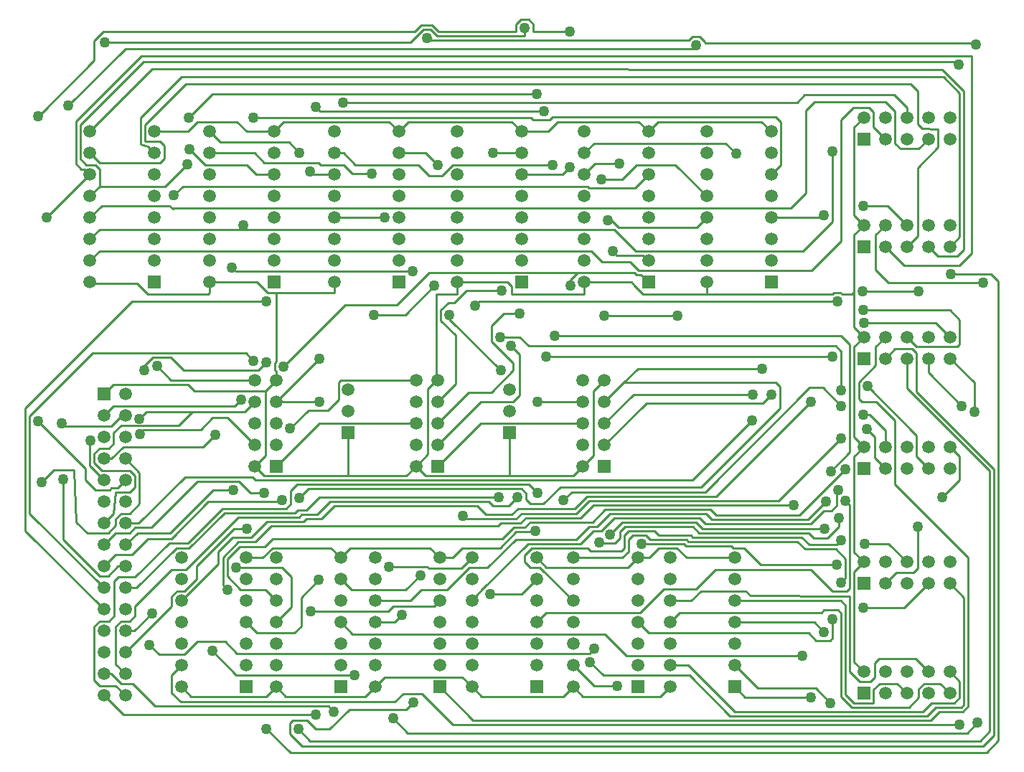
<source format=gbl>
G04 Layer_Physical_Order=2*
G04 Layer_Color=16711680*
%FSLAX23Y23*%
%MOIN*%
G70*
G01*
G75*
%ADD10C,0.010*%
%ADD11R,0.059X0.059*%
%ADD12C,0.059*%
%ADD13R,0.059X0.059*%
%ADD14C,0.059*%
%ADD15R,0.059X0.059*%
%ADD16C,0.050*%
D10*
X260Y1140D02*
Y1418D01*
X405Y3457D02*
X448Y3500D01*
X405Y3365D02*
Y3457D01*
X160Y3120D02*
X405Y3365D01*
X130Y3120D02*
X160D01*
X2445Y3500D02*
Y3532D01*
X2422Y3555D02*
X2445Y3532D01*
X2388Y3555D02*
X2422D01*
X2365Y3532D02*
X2388Y3555D01*
X2365Y3500D02*
Y3532D01*
X2005Y3500D02*
X2365D01*
X1975Y3530D02*
X2005Y3500D01*
X1925Y3530D02*
X1975D01*
X1895Y3500D02*
X1925Y3530D01*
X448Y3500D02*
X1895D01*
X550Y3420D02*
X3185D01*
X285Y3155D02*
X550Y3420D01*
X1960Y3460D02*
X3168D01*
X623Y3385D02*
X4480D01*
X635Y3360D02*
X4435D01*
X1950Y3470D02*
X1970D01*
X1933Y3510D02*
X1967D01*
X1873Y3450D02*
X1933Y3510D01*
X2405Y3480D02*
Y3515D01*
X2445Y3500D02*
X2615D01*
X1997Y3480D02*
X2405D01*
X455Y3450D02*
X1873D01*
X1967Y3510D02*
X1997Y3480D01*
X3185Y3420D02*
X3200Y3435D01*
X320Y3082D02*
X623Y3385D01*
X3168Y3460D02*
X3183Y3475D01*
X3240Y3450D02*
X3245Y3445D01*
X3240Y3450D02*
Y3452D01*
X3217Y3475D02*
X3240Y3452D01*
X3183Y3475D02*
X3217D01*
X3245Y3445D02*
X4500D01*
X4280Y1915D02*
X4435Y1760D01*
X1960Y3460D02*
X1960Y3460D01*
X1960Y3460D02*
X1970Y3470D01*
X4481Y2470D02*
Y3386D01*
X4480Y3385D02*
X4481Y3386D01*
X4420Y3345D02*
X4435Y3360D01*
X340Y3065D02*
X635Y3360D01*
X4425Y2545D02*
Y3214D01*
X4349Y3290D02*
X4425Y3214D01*
X811Y3290D02*
X4349D01*
X4445Y2485D02*
Y3222D01*
X4343Y3324D02*
X4445Y3222D01*
X1451Y3325D02*
X4343Y3324D01*
X675Y3325D02*
X1451D01*
X385Y3035D02*
X675Y3325D01*
X620Y3100D02*
X811Y3290D01*
X640Y3065D02*
X830Y3255D01*
X4197D02*
X4230Y3222D01*
X830Y3255D02*
X4197D01*
X4121Y3205D02*
X4180Y3146D01*
X3705Y3205D02*
X4121D01*
X3670Y3170D02*
X3705Y3205D01*
X1560Y3170D02*
X3670D01*
X1142Y3100D02*
X2432D01*
X1285Y3080D02*
X1775D01*
X3570Y3103D02*
X3595Y3078D01*
X2535Y3103D02*
X3570D01*
X2520Y3088D02*
X2535Y3103D01*
X2444Y3088D02*
X2520D01*
X2432Y3100D02*
X2444Y3088D01*
X1775Y3080D02*
X1820Y3035D01*
X2345Y3080D02*
X2390Y3035D01*
X1865Y3080D02*
X2345D01*
X1820Y3035D02*
X1865Y3080D01*
X2935D02*
X2980Y3035D01*
X2557Y3080D02*
X2935D01*
X2512Y3035D02*
X2557Y3080D01*
X3505D02*
X3550Y3035D01*
X3025Y3080D02*
X3505D01*
X2980Y3035D02*
X3025Y3080D01*
X3595Y2880D02*
Y3078D01*
X1455Y3128D02*
X2495D01*
X1435Y3148D02*
X1455Y3128D01*
X2390Y3035D02*
X2512D01*
X955Y3210D02*
X2460D01*
X955D02*
X955Y3210D01*
X845Y3100D02*
X955Y3210D01*
X1240Y3035D02*
X1285Y3080D01*
X130Y3120D02*
X145Y3105D01*
X185Y2635D02*
X385Y2835D01*
X254Y1681D02*
X270Y1665D01*
X4550Y150D02*
X4605Y205D01*
X1316Y150D02*
X4550D01*
X1205Y261D02*
X1316Y150D01*
X3935Y3055D02*
X3980Y3100D01*
X3935Y2645D02*
Y3055D01*
X3878Y2280D02*
X3925D01*
X3873Y2285D02*
X3878Y2280D01*
X3839Y2285D02*
X3873D01*
X3834Y2280D02*
X3839Y2285D01*
X3255Y2280D02*
X3834D01*
X3925D02*
X3935Y2290D01*
X2900Y2335D02*
X2915Y2320D01*
X2680Y2335D02*
X2900D01*
X2345Y2280D02*
X2680D01*
X2345D02*
Y2315D01*
X2325Y2335D02*
X2345Y2315D01*
X2090Y2335D02*
X2325D01*
X1520Y2285D02*
Y2335D01*
X1245Y2285D02*
X1520D01*
X380Y2330D02*
X605D01*
X380Y2330D02*
X380Y2330D01*
X605D02*
X655Y2280D01*
X935D01*
X940Y2335D02*
X1160D01*
Y2335D02*
Y2335D01*
Y2335D02*
X1210Y2285D01*
X430Y2480D02*
X2715D01*
X1250Y1966D02*
Y2285D01*
X1245Y1961D02*
X1250Y1966D01*
X1245Y1927D02*
Y1961D01*
Y1927D02*
X1250Y1922D01*
Y1880D02*
Y1922D01*
X1210Y2285D02*
X1250D01*
X1200Y1830D02*
X1250Y1880D01*
X1955Y1535D02*
Y1835D01*
X1900Y1480D02*
X1955Y1535D01*
X1945Y1435D02*
X2335D01*
X1936Y1444D02*
X1945Y1435D01*
X1900Y1480D02*
X1936Y1444D01*
X860Y1732D02*
X1102D01*
X647D02*
X860D01*
X530Y1670D02*
X798D01*
X1078Y2580D02*
X2820D01*
X430D02*
X1078D01*
X1995Y1880D02*
Y2280D01*
X1210Y2285D02*
X1225D01*
X1955Y1545D02*
Y1840D01*
X1585Y1435D02*
X1855D01*
X1195D02*
X1585D01*
X2650Y2380D02*
X2915D01*
X1961D02*
X2650D01*
X2865Y1870D02*
X2929Y1934D01*
X2930Y1055D02*
X2983D01*
X3028Y1100D01*
X3111D01*
X3156Y1055D01*
X3380D01*
X1550D02*
X1595Y1100D01*
X1965D01*
X2010Y1055D01*
X1505Y1100D02*
X1550Y1055D01*
X1232Y1100D02*
X1505D01*
X1187Y1055D02*
X1232Y1100D01*
X1110Y1055D02*
X1187D01*
X1102Y1732D02*
X1150Y1780D01*
X798Y1670D02*
X860Y1732D01*
X495Y1635D02*
X530Y1670D01*
X495Y1585D02*
Y1635D01*
X474Y1564D02*
X495Y1585D01*
X430Y1564D02*
X474D01*
X405Y1539D02*
X430Y1564D01*
X405Y1495D02*
Y1539D01*
Y1495D02*
X440Y1460D01*
X570D01*
X595Y1435D01*
Y1384D02*
Y1435D01*
X570Y1360D02*
X595Y1384D01*
X505Y1360D02*
X570D01*
X495Y1260D02*
X505Y1360D01*
X450Y1215D02*
X495Y1260D01*
X614Y1699D02*
X647Y1732D01*
X616Y1630D02*
X635Y1649D01*
X899D01*
X955Y1705D01*
X1025D01*
X1150Y1580D01*
X1130Y1357D02*
X1195D01*
X1076Y1411D02*
X1130Y1357D01*
X885Y1411D02*
X1076D01*
X669Y1195D02*
X885Y1411D01*
X594Y1195D02*
X669D01*
X569Y1170D02*
X594Y1195D01*
X505Y1170D02*
X569D01*
X450Y1115D02*
X505Y1170D01*
X3550Y2635D02*
X3783D01*
X3793Y2645D01*
X4380Y2500D02*
X4425Y2545D01*
X620Y2975D02*
Y3100D01*
Y2975D02*
X655Y2965D01*
X685Y2935D01*
X1250Y755D02*
X1321Y826D01*
Y965D01*
X1278Y1008D02*
X1321Y965D01*
X1065Y1008D02*
X1278D01*
X4415Y2455D02*
X4445Y2485D01*
X4325Y2455D02*
X4415D01*
X4280Y2500D02*
X4325Y2455D01*
X4180Y2500D02*
X4230Y2550D01*
Y2867D01*
X4325Y2962D01*
Y3045D01*
X4250Y3050D02*
X4325Y3045D01*
X4230Y3070D02*
X4250Y3050D01*
X4230Y3070D02*
Y3222D01*
X640Y2991D02*
Y3065D01*
Y2991D02*
X710Y2990D01*
X730Y2970D01*
Y2910D02*
Y2970D01*
X710Y2890D02*
X730Y2910D01*
X430Y2890D02*
X710D01*
X385Y2935D02*
X430Y2890D01*
Y2780D02*
Y2860D01*
X410Y2880D02*
X430Y2860D01*
X368Y2880D02*
X410D01*
X340Y2908D02*
X368Y2880D01*
X340Y2908D02*
Y3065D01*
X735Y2780D02*
X838Y2883D01*
X430Y2780D02*
X735D01*
X385Y2735D02*
X430Y2780D01*
X755Y2690D02*
X770Y2675D01*
X440Y2690D02*
X755D01*
X385Y2635D02*
X440Y2690D01*
X770Y2675D02*
X775Y2680D01*
X3640D01*
X3709Y2749D01*
Y3133D01*
X3749Y3173D01*
X4081D01*
X4125Y3129D01*
Y2980D02*
Y3129D01*
Y2980D02*
X4150Y2955D01*
X4235D01*
X4280Y3000D01*
X2820Y2580D02*
X2920Y2480D01*
X3697D01*
X3833Y2616D01*
Y2943D01*
X581Y2245D02*
X1205D01*
X85Y1749D02*
X581Y2245D01*
X85Y1180D02*
Y1749D01*
Y1180D02*
X450Y815D01*
X1111Y2005D02*
X1145Y1971D01*
X397Y2005D02*
X1111D01*
X105Y1713D02*
X397Y2005D01*
X105Y1260D02*
Y1713D01*
Y1260D02*
X450Y915D01*
X1250Y1780D02*
X1451Y1981D01*
X1158Y2835D02*
X1240D01*
X1113Y2880D02*
X1158Y2835D01*
X920Y2880D02*
X1113D01*
X847Y2953D02*
X920Y2880D01*
X940Y2935D02*
X1150D01*
X1195Y2890D01*
X1367D01*
X1368Y2891D01*
X1447D01*
X1458Y2880D01*
X1565D01*
X1605Y2840D01*
X1695D01*
X1850Y905D02*
X1919Y974D01*
X1600Y905D02*
X1850D01*
X1550Y955D02*
X1600Y905D01*
X1065Y510D02*
X1615D01*
X952Y623D02*
X1065Y510D01*
X450Y1515D02*
X485D01*
X540Y1570D01*
X909D01*
X966Y1627D01*
X1045Y2402D02*
X1062Y2385D01*
X1885D01*
X383Y1598D02*
X386Y1601D01*
X383Y1482D02*
Y1598D01*
Y1482D02*
X450Y1415D01*
X2175Y2225D02*
X2195Y2245D01*
X3856D01*
X3975Y2293D02*
X4235D01*
X2070Y2880D02*
X2535D01*
X1618D02*
X1910D01*
X1563Y2935D02*
X1618Y2880D01*
X1520Y2935D02*
X1563D01*
X3826Y1456D02*
X3915Y1545D01*
Y2045D01*
X3875Y2085D02*
X3915Y2045D01*
X2545Y2085D02*
X3875D01*
X2020Y2830D02*
X2070Y2880D01*
X1960Y2830D02*
X2020D01*
X1910Y2880D02*
X1960Y2830D01*
X1407Y2851D02*
X1423Y2835D01*
X1520D01*
X2290Y2081D02*
X2379D01*
X2422Y2038D01*
X3850D01*
X3875Y2013D01*
Y1833D02*
Y2013D01*
X3993Y1652D02*
X4030Y1615D01*
Y1520D02*
Y1615D01*
Y1520D02*
X4080Y1470D01*
X2339Y2040D02*
X2380Y1999D01*
Y1811D02*
Y1999D01*
X2349Y1780D02*
X2380Y1811D01*
X2200Y1780D02*
X2349D01*
X2000Y1580D02*
X2200Y1780D01*
X2306Y2189D02*
X2379D01*
X2250Y2133D02*
X2306Y2189D01*
X2250Y2060D02*
Y2133D01*
Y2060D02*
X2350Y1960D01*
Y1925D02*
Y1960D01*
X2249Y1824D02*
X2350Y1925D01*
X2144Y1824D02*
X2249D01*
X2000Y1680D02*
X2144Y1824D01*
X161Y1405D02*
X218Y1462D01*
X310D01*
X321Y1221D01*
X372Y1170D01*
X470D01*
X505Y1205D01*
Y1235D01*
X530Y1260D01*
X570D01*
X615Y1305D01*
Y1450D01*
X550Y1515D02*
X615Y1450D01*
X2134Y2295D02*
X2296D01*
X2078Y2239D02*
X2134Y2295D01*
X2049Y2239D02*
X2078D01*
X2015Y2205D02*
X2049Y2239D01*
X2015Y2156D02*
Y2205D01*
Y2156D02*
X2083Y2088D01*
Y1863D02*
Y2088D01*
X2000Y1780D02*
X2083Y1863D01*
X2390Y2835D02*
X2580D01*
X2613Y2868D01*
X145Y1689D02*
X363Y1471D01*
Y1416D02*
Y1471D01*
Y1416D02*
X409Y1370D01*
X476D01*
X485Y1380D01*
X515D01*
X550Y1415D01*
X2256Y2935D02*
X2390D01*
Y885D02*
X2460Y955D01*
X2244Y885D02*
X2390D01*
X2055Y2162D02*
X2292Y1925D01*
X2055Y2162D02*
Y2182D01*
X1849Y2184D02*
X1985Y2320D01*
X1704Y2184D02*
X1849D01*
X2945Y2370D02*
X2980Y2335D01*
X2925Y2370D02*
X2945D01*
X2616Y2346D02*
X2650Y2380D01*
X2616Y2320D02*
Y2346D01*
X2463Y1780D02*
X2675D01*
X1450Y1335D02*
X2285D01*
X1390Y1275D02*
X1450Y1335D01*
X1350Y1275D02*
X1390D01*
X1338Y1263D02*
X1350Y1275D01*
X1009Y1263D02*
X1338D01*
X845Y1100D02*
X1009Y1263D01*
X786Y1100D02*
X845D01*
X601Y915D02*
X786Y1100D01*
X550Y915D02*
X601D01*
X2955Y2460D02*
X2980Y2435D01*
X2830Y2460D02*
X2955D01*
X2812Y2478D02*
X2830Y2460D01*
X260Y1140D02*
X430Y970D01*
X470D01*
X515Y1015D01*
X550D01*
X2918Y2773D02*
X2980Y2835D01*
X2705Y2773D02*
X2918D01*
X2698Y2780D02*
X2705Y2773D01*
X816Y2780D02*
X2698D01*
X775Y2739D02*
X816Y2780D01*
X591Y715D02*
X673Y797D01*
X550Y715D02*
X591D01*
X3080Y755D02*
X3125Y800D01*
X3783D01*
X3795Y812D01*
X3860D01*
X3875Y797D01*
Y408D02*
Y797D01*
Y408D02*
X3922Y360D01*
X4191D01*
X4235Y405D01*
Y445D01*
X4260Y470D01*
X4335D01*
X4380Y425D01*
X3337Y2981D02*
X3386Y2932D01*
X2726Y2981D02*
X3337D01*
X2680Y2935D02*
X2726Y2981D01*
X2731Y2886D02*
X2842D01*
X2680Y2835D02*
X2731Y2886D01*
X2630Y1055D02*
X2858D01*
X2886Y1083D01*
Y1139D01*
X2907Y1160D01*
X2967D01*
X2987Y1140D01*
X3156D01*
X3165Y1131D01*
X3671D01*
X3706Y1096D01*
X3850D01*
X3895Y1051D01*
Y959D02*
Y1051D01*
X3875Y939D02*
X3895Y959D01*
X3976Y822D02*
X4167D01*
X4280Y935D01*
X2800Y1162D02*
X2858Y1220D01*
X3201D01*
X3230Y1191D01*
X3796D01*
X4230Y1005D02*
Y1200D01*
X4210Y985D02*
X4230Y1005D01*
X4130Y985D02*
X4210D01*
X4080Y935D02*
X4130Y985D01*
X660Y651D02*
X706Y605D01*
X823D01*
X883Y665D01*
X1012D01*
X1067Y610D01*
X2706D01*
X2728Y632D01*
X550Y1215D02*
X610D01*
X826Y1431D01*
X1139D01*
X1155Y1415D01*
X3183D01*
X3461Y1693D01*
X2775Y1780D02*
X2865Y1870D01*
X3570D01*
X3590Y1850D01*
Y1751D02*
Y1850D01*
X3223Y1384D02*
X3590Y1751D01*
X2570Y1384D02*
X3223D01*
X2491Y1305D02*
X2570Y1384D01*
X2431Y1305D02*
X2491D01*
X2411Y1325D02*
X2431Y1305D01*
X2411Y1325D02*
Y1354D01*
X2390Y1375D02*
X2411Y1354D01*
X1400Y1375D02*
X2390D01*
X1358Y1333D02*
X1400Y1375D01*
X958Y1371D02*
X1050D01*
X758Y1171D02*
X958Y1371D01*
X606Y1171D02*
X758D01*
X550Y1115D02*
X606Y1171D01*
X2759Y2813D02*
X2856D01*
X2923Y2880D01*
X3105D01*
X3250Y2735D01*
X540Y325D02*
X1432D01*
X450Y415D02*
X540Y325D01*
X505Y460D02*
X550Y415D01*
X430Y460D02*
X505D01*
X405Y485D02*
X430Y460D01*
X405Y485D02*
Y736D01*
X430Y761D01*
X474D01*
X498Y785D01*
Y945D01*
X518Y965D01*
X595D01*
X754Y1124D01*
X841D01*
X1000Y1283D01*
X1296D01*
X1318Y1305D01*
Y1365D01*
X1348Y1395D01*
X2423D01*
X2463Y1355D01*
X2722Y1300D02*
X3652D01*
X2663Y1241D02*
X2722Y1300D01*
X2411Y1241D02*
X2663D01*
X2385Y1215D02*
X2411Y1241D01*
X2293Y1215D02*
X2385D01*
X2281Y1203D02*
X2293Y1215D01*
X1226Y1203D02*
X2281D01*
X1153Y1130D02*
X1226Y1203D01*
X1075Y1130D02*
X1153D01*
X1002Y1057D02*
X1075Y1130D01*
X1002Y928D02*
Y1057D01*
Y928D02*
X1025Y905D01*
X1110Y755D02*
X1160Y705D01*
X1335D01*
X1367Y737D01*
Y871D01*
X1448Y952D01*
X4180Y3100D02*
Y3146D01*
X810Y855D02*
X981Y1026D01*
Y1084D01*
X1047Y1150D01*
X1133D01*
X1206Y1223D01*
X1378D01*
X1390Y1235D01*
X1460D01*
X1520Y1295D01*
X2185D01*
X2225Y1255D01*
X2345D01*
X2373Y1283D01*
X2636D01*
X2693Y1340D01*
X3292D01*
X3733Y1781D01*
X1550Y755D02*
X1605Y700D01*
X2776D01*
X2876Y600D01*
X3695D01*
X3978Y2689D02*
X4091D01*
X4180Y2600D01*
Y2080D02*
X4225Y2035D01*
X4415D01*
X4425Y2045D01*
Y2160D01*
X4379Y2206D02*
X4425Y2160D01*
X3976Y2206D02*
X4379D01*
X2505Y1990D02*
X3835D01*
X4315Y2145D02*
X4380Y2080D01*
X3980Y2145D02*
X4315D01*
X3895Y1321D02*
X3915Y1301D01*
Y914D02*
Y1301D01*
X3900Y899D02*
X3915Y914D01*
X3835Y899D02*
X3900D01*
X3734Y1000D02*
X3835Y899D01*
X3290Y1000D02*
X3734D01*
X3200Y910D02*
X3290Y1000D01*
X3050Y910D02*
X3200D01*
X2940Y800D02*
X3050Y910D01*
X2505Y800D02*
X2940D01*
X2460Y755D02*
X2505Y800D01*
X3855Y1367D02*
X3859Y1371D01*
X3855Y1299D02*
Y1367D01*
X3830Y1274D02*
X3855Y1299D01*
X3795Y1274D02*
X3830D01*
X3733Y1212D02*
X3795Y1274D01*
X3245Y1212D02*
X3733D01*
X3218Y1240D02*
X3245Y1212D01*
X2819Y1240D02*
X3218D01*
X2761Y1181D02*
X2819Y1240D01*
X2723Y1181D02*
X2761D01*
X2663Y1121D02*
X2723Y1181D01*
X2421Y1121D02*
X2663D01*
X2205Y905D02*
X2421Y1121D01*
X2160Y855D02*
X2205Y905D01*
X2751Y1127D02*
X2756Y1122D01*
X2823D01*
X2846Y1145D01*
Y1176D01*
X2870Y1200D01*
X3186D01*
X3214Y1171D01*
X3724D01*
X3748Y1147D01*
X3811D01*
X3865Y1201D01*
Y1241D01*
X4345Y1336D02*
X4425Y1416D01*
Y1525D01*
X4380Y1570D02*
X4425Y1525D01*
X2930Y755D02*
X2980Y705D01*
X3722D01*
X3758Y669D01*
X3822D01*
X3835Y682D01*
Y769D01*
X3985Y1120D02*
X4095D01*
X4180Y1035D01*
X2630Y555D02*
X2726Y459D01*
X2833D01*
X4219Y586D02*
X4280Y525D01*
X4050Y586D02*
X4219D01*
X4030Y566D02*
X4050Y586D01*
X4030Y500D02*
Y566D01*
X4010Y480D02*
X4030Y500D01*
X3960Y480D02*
X4010D01*
X3915Y525D02*
X3960Y480D01*
X3915Y525D02*
Y875D01*
X3452Y878D02*
X3915Y875D01*
X3430Y900D02*
X3452Y878D01*
X3222Y900D02*
X3430D01*
X3177Y855D02*
X3222Y900D01*
X3080Y855D02*
X3177D01*
X4380Y525D02*
X4425Y480D01*
Y405D02*
Y480D01*
X4400Y380D02*
X4425Y405D01*
X4295Y380D02*
X4400D01*
X4255Y340D02*
X4295Y380D01*
X3379Y340D02*
X4255D01*
X3164Y555D02*
X3379Y340D01*
X3080Y555D02*
X3164D01*
X2630Y455D02*
X2675Y410D01*
X3035D01*
X3080Y455D01*
X2160D02*
X2205Y410D01*
X2585D01*
X2630Y455D01*
X1665Y410D02*
X1710Y455D01*
X1295Y410D02*
X1665D01*
X1250Y455D02*
X1295Y410D01*
X1205D02*
X1250Y455D01*
X855Y410D02*
X1205D01*
X810Y455D02*
X855Y410D01*
X940Y3035D02*
X990Y2985D01*
X1309D01*
X1358Y2936D01*
X550Y615D02*
X765Y830D01*
Y875D01*
X790Y900D01*
X824D01*
X879Y955D01*
Y1016D01*
X1053Y1190D01*
X1113D01*
X3550Y2835D02*
X3595Y2880D01*
X385Y2535D02*
X430Y2580D01*
X1078D02*
X1098Y2600D01*
X450Y1015D02*
X505Y1070D01*
X581D01*
X655Y1144D01*
X762D01*
X935Y1317D01*
X1270D01*
X1276Y1323D01*
X1250Y1780D02*
X1450D01*
X505Y560D02*
X550Y515D01*
X505Y560D02*
Y735D01*
X530Y760D01*
X570D01*
X595Y785D01*
Y830D01*
X765Y1000D01*
X830D01*
X1073Y1243D01*
X1356D01*
X1368Y1255D01*
X1440D01*
X1500Y1315D01*
X2237D01*
X2257Y1295D01*
X2331D01*
X2371Y1335D01*
X3721Y1232D02*
X3804Y1315D01*
X3274Y1232D02*
X3721D01*
X3246Y1260D02*
X3274Y1232D01*
X2799Y1260D02*
X3246D01*
X2741Y1201D02*
X2799Y1260D01*
X2703Y1201D02*
X2741D01*
X2643Y1141D02*
X2703Y1201D01*
X2362Y1141D02*
X2643D01*
X2231Y1010D02*
X2362Y1141D01*
X2148Y1010D02*
X2231D01*
X2043Y905D02*
X2148Y1010D01*
X1923Y905D02*
X2043D01*
X1873Y855D02*
X1923Y905D01*
X1710Y855D02*
X1873D01*
X4605Y205D02*
Y2338D01*
X4569Y2374D02*
X4605Y2338D01*
X4385Y2374D02*
X4569D01*
X765Y510D02*
X810Y555D01*
X765Y427D02*
Y510D01*
Y427D02*
X807Y385D01*
X1801D01*
X1840Y424D01*
X1927D01*
X2071Y280D01*
X4424D01*
X4425Y281D01*
X2929Y1934D02*
X3507D01*
X1800Y755D02*
X1835Y790D01*
X1710Y755D02*
X1800D01*
X1820Y2935D02*
X1945D01*
X2000Y2880D01*
X2585Y1323D02*
X2623Y1361D01*
X3242D01*
X3726Y1845D01*
X3789D01*
X3875Y1759D01*
X3976Y1718D02*
X4007D01*
X4080Y1645D01*
Y1570D02*
Y1645D01*
X1200Y905D02*
X1250Y855D01*
X1085Y905D02*
X1200D01*
X1022Y968D02*
X1085Y905D01*
X1022Y968D02*
Y1048D01*
X1080Y1106D01*
X1197D01*
X1234Y1142D01*
X2301D01*
X2354Y1195D01*
X2405D01*
X2431Y1221D01*
X2719D01*
X2778Y1280D01*
X3266D01*
X3294Y1252D01*
X3680D01*
X3895Y1467D01*
X4380Y935D02*
X4445Y870D01*
Y373D02*
Y870D01*
X4432Y360D02*
X4445Y373D01*
X4315Y360D02*
X4432D01*
X4275Y320D02*
X4315Y360D01*
X3358Y320D02*
X4275D01*
X3170Y508D02*
X3358Y320D01*
X2770Y508D02*
X3170D01*
X2708Y570D02*
X2770Y508D01*
X1520Y2635D02*
X1755D01*
X4280Y1915D02*
Y1980D01*
X2110Y1005D02*
X2160Y1055D01*
X1959Y1005D02*
X2110D01*
X1950Y1014D02*
X1959Y1005D01*
X1774Y1014D02*
X1950D01*
X4180Y1843D02*
Y1980D01*
Y1843D02*
X4565Y1458D01*
Y249D02*
Y1458D01*
X4520Y204D02*
X4565Y249D01*
X1408Y204D02*
X4520D01*
X1352Y260D02*
X1408Y204D01*
X1409Y805D02*
X1770D01*
X1795Y830D01*
X1985D01*
X2010Y855D01*
X3510Y1774D02*
X3550Y1814D01*
X2969Y1774D02*
X3510D01*
X2775Y1580D02*
X2969Y1774D01*
X2775Y1680D02*
X2909Y1814D01*
X3465D01*
X2118Y1248D02*
X2131Y1235D01*
X2365D01*
X2391Y1261D01*
X2643D01*
X2702Y1320D01*
X3585D01*
X3875Y1610D01*
X3996Y1853D02*
X4225Y1624D01*
Y1525D02*
Y1624D01*
Y1525D02*
X4280Y1470D01*
X450Y1715D02*
X495Y1760D01*
X1056D01*
X1086Y1790D01*
X1314Y1655D02*
X1399Y1740D01*
X1490D01*
X1540Y1790D01*
Y1870D01*
X1550Y1880D01*
X1900D01*
X2791Y2622D02*
X2808D01*
X2840Y2590D01*
X3205D01*
X3250Y2635D01*
X2010Y1055D02*
X2070D01*
X2115Y1100D01*
X2289D01*
X2364Y1175D01*
X2446D01*
X2452Y1181D01*
X4095Y2334D02*
X4532D01*
X4035Y2394D02*
X4095Y2334D01*
X4035Y2394D02*
Y2555D01*
X4080Y2600D01*
X359Y2861D02*
X385Y2835D01*
X344Y2861D02*
X359D01*
X320Y2885D02*
X344Y2861D01*
X320Y2885D02*
Y3082D01*
X4425Y2414D02*
X4481Y2470D01*
X4166Y2414D02*
X4425D01*
X4080Y2500D02*
X4166Y2414D01*
X761Y1880D02*
X1150D01*
X696Y1945D02*
X761Y1880D01*
X636Y1925D02*
Y1945D01*
X676Y1985D01*
X761D01*
X821Y1925D01*
X1168D01*
X1205Y1962D01*
X1285Y1944D02*
X1571Y2230D01*
X1811D01*
X1961Y2380D01*
X2915D02*
X2925Y2370D01*
X4035Y2035D02*
X4080Y2080D01*
X4035Y1951D02*
Y2035D01*
X3956Y1871D02*
X4035Y1951D01*
X3956Y1793D02*
Y1871D01*
Y1793D02*
X3970Y1779D01*
X4038D01*
X4125Y1692D01*
Y1396D02*
Y1692D01*
Y1396D02*
X4465Y1056D01*
Y365D02*
Y1056D01*
X4440Y340D02*
X4465Y365D01*
X4330Y340D02*
X4440D01*
X4290Y300D02*
X4330Y340D01*
X2165Y300D02*
X4290D01*
X2010Y455D02*
X2165Y300D01*
X2115Y500D02*
X2160Y455D01*
X1755Y500D02*
X2115D01*
X1710Y455D02*
X1755Y500D01*
X2947Y1119D02*
X2948Y1120D01*
X3145D01*
X3154Y1111D01*
X3364D01*
X3375Y1100D01*
X3425D01*
X3501Y1024D01*
X3855D01*
X2772Y2181D02*
X3115D01*
X535Y1715D02*
X550D01*
X485Y1665D02*
X535Y1715D01*
X270Y1665D02*
X485D01*
X1792Y310D02*
X1861Y241D01*
X4460D01*
X4508Y289D01*
X4492Y1733D02*
Y1868D01*
X4380Y1980D02*
X4492Y1868D01*
X2200Y1680D02*
X2675D01*
X2000Y1480D02*
X2200Y1680D01*
X1854Y351D02*
X1887Y384D01*
X1590Y351D02*
X1854D01*
X1497Y258D02*
X1590Y351D01*
X1434Y258D02*
X1497D01*
X1392Y300D02*
X1434Y258D01*
X1327Y300D02*
X1392D01*
X1312Y285D02*
X1327Y300D01*
X1312Y236D02*
Y285D01*
Y236D02*
X1370Y178D01*
X4534D01*
X4585Y229D01*
Y1466D01*
X4225Y1826D02*
X4585Y1466D01*
X4225Y1826D02*
Y2005D01*
X4205Y2025D02*
X4225Y2005D01*
X4125Y2025D02*
X4205D01*
X4080Y1980D02*
X4125Y2025D01*
X1492Y365D02*
X1516Y341D01*
X688Y365D02*
X1492D01*
X583Y470D02*
X688Y365D01*
X530Y470D02*
X583D01*
X485Y515D02*
X530Y470D01*
X450Y515D02*
X485D01*
X2475Y1010D02*
X2630Y855D01*
X2430Y1010D02*
X2475D01*
X2403Y1037D02*
X2430Y1010D01*
X2403Y1037D02*
Y1066D01*
X2438Y1101D01*
X2697D01*
X2711Y1087D01*
X2852D01*
X2866Y1101D01*
Y1159D01*
X2887Y1180D01*
X3007D01*
X3027Y1160D01*
X3176D01*
X3185Y1151D01*
X3691D01*
X3726Y1116D01*
X3855D01*
X3875Y1136D01*
X1112Y3035D02*
X1240D01*
X1067Y3080D02*
X1112Y3035D01*
X885Y3080D02*
X1067D01*
X840Y3035D02*
X885Y3080D01*
X685Y3035D02*
X840D01*
X3380Y755D02*
X3749D01*
X3795Y709D01*
X3380Y555D02*
X3487Y448D01*
X3758D01*
X3825Y381D01*
X3380Y455D02*
X3428Y407D01*
X3732D01*
X4135Y470D02*
X4180Y425D01*
X4052Y470D02*
X4135D01*
X4025Y443D02*
X4052Y470D01*
X4025Y380D02*
Y443D01*
X3935Y380D02*
X4025D01*
X3895Y420D02*
X3935Y380D01*
X3895Y420D02*
Y833D01*
X3873Y855D02*
X3895Y833D01*
X3380Y855D02*
X3873D01*
X385Y2435D02*
X430Y2480D01*
X2715D02*
X2764Y2431D01*
X2894D01*
X2935Y2390D01*
X3737D01*
X3873Y2526D01*
Y3088D01*
X3930Y3145D01*
X4005D01*
X4025Y3125D01*
Y3055D02*
Y3125D01*
Y3055D02*
X4080Y3000D01*
X2460Y1055D02*
X2505Y1010D01*
X2885D01*
X2930Y1055D01*
X1450Y1680D02*
X1900D01*
X1250Y1480D02*
X1450Y1680D01*
X3935Y570D02*
X3980Y525D01*
X3935Y570D02*
Y990D01*
X3980Y1035D01*
X3935Y1080D02*
X3980Y1035D01*
X3935Y1080D02*
Y1525D01*
X3980Y1570D01*
X3935Y1615D02*
X3980Y1570D01*
X3935Y1615D02*
Y2035D01*
X3980Y2080D01*
X2955Y2280D02*
X3255D01*
X3935Y2290D02*
Y2555D01*
Y2125D02*
Y2290D01*
X3935Y2645D02*
X3980Y2600D01*
X3935Y2555D02*
X3980Y2600D01*
X3935Y2125D02*
X3980Y2080D01*
X2335Y1435D02*
X2630D01*
X2335D02*
Y1635D01*
X2675Y1480D02*
X2725Y1530D01*
X2630Y1435D02*
X2675Y1480D01*
X2725Y1830D02*
X2775Y1880D01*
X2725Y1530D02*
Y1830D01*
X1200Y1530D02*
Y1830D01*
X870D02*
X1200D01*
X840Y1860D02*
X870Y1830D01*
X495Y1860D02*
X840D01*
X450Y1815D02*
X495Y1860D01*
X1995Y2280D02*
X2090D01*
X1585Y1435D02*
Y1635D01*
X1955Y1840D02*
X1995Y1880D01*
X1855Y1435D02*
X1900Y1480D01*
X1150D02*
X1195Y1435D01*
X1150Y1480D02*
X1200Y1530D01*
X3250Y2285D02*
Y2335D01*
X2945Y2290D02*
X2955Y2280D01*
X2944Y2290D02*
X2945D01*
X2915Y2320D02*
X2944Y2290D01*
X2680Y2280D02*
Y2335D01*
X2090Y2280D02*
Y2335D01*
X940Y2285D02*
Y2335D01*
X935Y2280D02*
X940Y2285D01*
D11*
X1585Y1635D02*
D03*
X2335D02*
D03*
X450Y1815D02*
D03*
X2775Y1480D02*
D03*
X2000D02*
D03*
X1250D02*
D03*
D12*
X1585Y1735D02*
D03*
Y1835D02*
D03*
X2335Y1735D02*
D03*
Y1835D02*
D03*
X550Y415D02*
D03*
Y515D02*
D03*
Y615D02*
D03*
Y715D02*
D03*
Y815D02*
D03*
Y915D02*
D03*
Y1015D02*
D03*
Y1115D02*
D03*
Y1215D02*
D03*
Y1315D02*
D03*
Y1415D02*
D03*
Y1515D02*
D03*
Y1615D02*
D03*
Y1715D02*
D03*
Y1815D02*
D03*
X450Y415D02*
D03*
Y515D02*
D03*
Y615D02*
D03*
Y715D02*
D03*
Y815D02*
D03*
Y915D02*
D03*
Y1015D02*
D03*
Y1115D02*
D03*
Y1215D02*
D03*
Y1315D02*
D03*
Y1415D02*
D03*
Y1515D02*
D03*
Y1615D02*
D03*
Y1715D02*
D03*
X4380Y525D02*
D03*
X4280D02*
D03*
X4180D02*
D03*
X4080D02*
D03*
X3980D02*
D03*
X4380Y425D02*
D03*
X4280D02*
D03*
X4180D02*
D03*
X4080D02*
D03*
X4380Y1035D02*
D03*
X4280D02*
D03*
X4180D02*
D03*
X4080D02*
D03*
X3980D02*
D03*
X4380Y935D02*
D03*
X4280D02*
D03*
X4180D02*
D03*
X4080D02*
D03*
X4380Y1570D02*
D03*
X4280D02*
D03*
X4180D02*
D03*
X4080D02*
D03*
X3980D02*
D03*
X4380Y1470D02*
D03*
X4280D02*
D03*
X4180D02*
D03*
X4080D02*
D03*
X4380Y2080D02*
D03*
X4280D02*
D03*
X4180D02*
D03*
X4080D02*
D03*
X3980D02*
D03*
X4380Y1980D02*
D03*
X4280D02*
D03*
X4180D02*
D03*
X4080D02*
D03*
X4380Y2600D02*
D03*
X4280D02*
D03*
X4180D02*
D03*
X4080D02*
D03*
X3980D02*
D03*
X4380Y2500D02*
D03*
X4280D02*
D03*
X4180D02*
D03*
X4080D02*
D03*
X4380Y3100D02*
D03*
X4280D02*
D03*
X4180D02*
D03*
X4080D02*
D03*
X3980D02*
D03*
X4380Y3000D02*
D03*
X4280D02*
D03*
X4180D02*
D03*
X4080D02*
D03*
X2675Y1880D02*
D03*
Y1780D02*
D03*
Y1680D02*
D03*
Y1580D02*
D03*
Y1480D02*
D03*
X2775Y1880D02*
D03*
Y1780D02*
D03*
Y1680D02*
D03*
Y1580D02*
D03*
X1900Y1880D02*
D03*
Y1780D02*
D03*
Y1680D02*
D03*
Y1580D02*
D03*
Y1480D02*
D03*
X2000Y1880D02*
D03*
Y1780D02*
D03*
Y1680D02*
D03*
Y1580D02*
D03*
X1150Y1880D02*
D03*
Y1780D02*
D03*
Y1680D02*
D03*
Y1580D02*
D03*
Y1480D02*
D03*
X1250Y1880D02*
D03*
Y1780D02*
D03*
Y1680D02*
D03*
Y1580D02*
D03*
D13*
X3980Y425D02*
D03*
Y935D02*
D03*
Y1470D02*
D03*
Y1980D02*
D03*
Y2500D02*
D03*
Y3000D02*
D03*
D14*
X3080Y1055D02*
D03*
Y955D02*
D03*
Y855D02*
D03*
Y755D02*
D03*
Y655D02*
D03*
Y555D02*
D03*
Y455D02*
D03*
X3380Y1055D02*
D03*
Y955D02*
D03*
Y855D02*
D03*
Y755D02*
D03*
Y655D02*
D03*
Y555D02*
D03*
X2630Y1055D02*
D03*
Y955D02*
D03*
Y855D02*
D03*
Y755D02*
D03*
Y655D02*
D03*
Y555D02*
D03*
Y455D02*
D03*
X2930Y1055D02*
D03*
Y955D02*
D03*
Y855D02*
D03*
Y755D02*
D03*
Y655D02*
D03*
Y555D02*
D03*
X2160Y1055D02*
D03*
Y955D02*
D03*
Y855D02*
D03*
Y755D02*
D03*
Y655D02*
D03*
Y555D02*
D03*
Y455D02*
D03*
X2460Y1055D02*
D03*
Y955D02*
D03*
Y855D02*
D03*
Y755D02*
D03*
Y655D02*
D03*
Y555D02*
D03*
X1710Y1055D02*
D03*
Y955D02*
D03*
Y855D02*
D03*
Y755D02*
D03*
Y655D02*
D03*
Y555D02*
D03*
Y455D02*
D03*
X2010Y1055D02*
D03*
Y955D02*
D03*
Y855D02*
D03*
Y755D02*
D03*
Y655D02*
D03*
Y555D02*
D03*
X1250Y1055D02*
D03*
Y955D02*
D03*
Y855D02*
D03*
Y755D02*
D03*
Y655D02*
D03*
Y555D02*
D03*
Y455D02*
D03*
X1550Y1055D02*
D03*
Y955D02*
D03*
Y855D02*
D03*
Y755D02*
D03*
Y655D02*
D03*
Y555D02*
D03*
X810Y1055D02*
D03*
Y955D02*
D03*
Y855D02*
D03*
Y755D02*
D03*
Y655D02*
D03*
Y555D02*
D03*
Y455D02*
D03*
X1110Y1055D02*
D03*
Y955D02*
D03*
Y855D02*
D03*
Y755D02*
D03*
Y655D02*
D03*
Y555D02*
D03*
X3250Y3035D02*
D03*
Y2935D02*
D03*
Y2835D02*
D03*
Y2735D02*
D03*
Y2635D02*
D03*
Y2535D02*
D03*
Y2435D02*
D03*
Y2335D02*
D03*
X3550Y3035D02*
D03*
Y2935D02*
D03*
Y2835D02*
D03*
Y2735D02*
D03*
Y2635D02*
D03*
Y2535D02*
D03*
Y2435D02*
D03*
X2680Y3035D02*
D03*
Y2935D02*
D03*
Y2835D02*
D03*
Y2735D02*
D03*
Y2635D02*
D03*
Y2535D02*
D03*
Y2435D02*
D03*
Y2335D02*
D03*
X2980Y3035D02*
D03*
Y2935D02*
D03*
Y2835D02*
D03*
Y2735D02*
D03*
Y2635D02*
D03*
Y2535D02*
D03*
Y2435D02*
D03*
X2090Y3035D02*
D03*
Y2935D02*
D03*
Y2835D02*
D03*
Y2735D02*
D03*
Y2635D02*
D03*
Y2535D02*
D03*
Y2435D02*
D03*
Y2335D02*
D03*
X2390Y3035D02*
D03*
Y2935D02*
D03*
Y2835D02*
D03*
Y2735D02*
D03*
Y2635D02*
D03*
Y2535D02*
D03*
Y2435D02*
D03*
X1520Y3035D02*
D03*
Y2935D02*
D03*
Y2835D02*
D03*
Y2735D02*
D03*
Y2635D02*
D03*
Y2535D02*
D03*
Y2435D02*
D03*
Y2335D02*
D03*
X1820Y3035D02*
D03*
Y2935D02*
D03*
Y2835D02*
D03*
Y2735D02*
D03*
Y2635D02*
D03*
Y2535D02*
D03*
Y2435D02*
D03*
X940Y3035D02*
D03*
Y2935D02*
D03*
Y2835D02*
D03*
Y2735D02*
D03*
Y2635D02*
D03*
Y2535D02*
D03*
Y2435D02*
D03*
Y2335D02*
D03*
X1240Y3035D02*
D03*
Y2935D02*
D03*
Y2835D02*
D03*
Y2735D02*
D03*
Y2635D02*
D03*
Y2535D02*
D03*
Y2435D02*
D03*
X385Y3035D02*
D03*
Y2935D02*
D03*
Y2835D02*
D03*
Y2735D02*
D03*
Y2635D02*
D03*
Y2535D02*
D03*
Y2435D02*
D03*
Y2335D02*
D03*
X685Y3035D02*
D03*
Y2935D02*
D03*
Y2835D02*
D03*
Y2735D02*
D03*
Y2635D02*
D03*
Y2535D02*
D03*
Y2435D02*
D03*
D15*
X3380Y455D02*
D03*
X2930D02*
D03*
X2460D02*
D03*
X2010D02*
D03*
X1550D02*
D03*
X1110D02*
D03*
X3550Y2335D02*
D03*
X2980D02*
D03*
X2390D02*
D03*
X1820D02*
D03*
X1240D02*
D03*
X685D02*
D03*
D16*
X260Y1418D02*
D03*
X1950Y3470D02*
D03*
X2405Y3515D02*
D03*
X2615Y3500D02*
D03*
X455Y3450D02*
D03*
X4500Y3440D02*
D03*
X4435Y1760D02*
D03*
X3200Y3435D02*
D03*
X4420Y3345D02*
D03*
X1560Y3170D02*
D03*
X2495Y3128D02*
D03*
X2460Y3210D02*
D03*
X1435Y3148D02*
D03*
X285Y3155D02*
D03*
X145Y3105D02*
D03*
X185Y2635D02*
D03*
X254Y1681D02*
D03*
X614Y1699D02*
D03*
X616Y1630D02*
D03*
X1195Y1357D02*
D03*
X3793Y2645D02*
D03*
X1065Y1008D02*
D03*
X838Y2883D02*
D03*
X3833Y2943D02*
D03*
X1205Y2245D02*
D03*
X1145Y1971D02*
D03*
X1451Y1981D02*
D03*
X847Y2953D02*
D03*
X1695Y2840D02*
D03*
X1919Y974D02*
D03*
X1615Y510D02*
D03*
X952Y623D02*
D03*
X966Y1627D02*
D03*
X1045Y2402D02*
D03*
X1885Y2385D02*
D03*
X386Y1601D02*
D03*
X2175Y2225D02*
D03*
X3856Y2245D02*
D03*
X3975Y2293D02*
D03*
X4235D02*
D03*
X3826Y1456D02*
D03*
X2545Y2085D02*
D03*
X2535Y2880D02*
D03*
X1407Y2851D02*
D03*
X2290Y2081D02*
D03*
X3875Y1833D02*
D03*
X3993Y1652D02*
D03*
X2339Y2040D02*
D03*
X845Y3100D02*
D03*
X2379Y2189D02*
D03*
X161Y1405D02*
D03*
X2296Y2295D02*
D03*
X2613Y2868D02*
D03*
X145Y1689D02*
D03*
X2256Y2935D02*
D03*
X2244Y885D02*
D03*
X2292Y1925D02*
D03*
X2055Y2182D02*
D03*
X1985Y2320D02*
D03*
X1704Y2184D02*
D03*
X2616Y2320D02*
D03*
X2463Y1780D02*
D03*
X2285Y1335D02*
D03*
X2812Y2478D02*
D03*
X775Y2739D02*
D03*
X673Y797D02*
D03*
X3386Y2932D02*
D03*
X2842Y2886D02*
D03*
X3875Y939D02*
D03*
X3976Y822D02*
D03*
X2800Y1162D02*
D03*
X3796Y1191D02*
D03*
X4230Y1200D02*
D03*
X660Y651D02*
D03*
X2728Y632D02*
D03*
X3461Y1693D02*
D03*
X1358Y1333D02*
D03*
X1050Y1371D02*
D03*
X2759Y2813D02*
D03*
X1432Y325D02*
D03*
X2463Y1355D02*
D03*
X3652Y1300D02*
D03*
X1025Y905D02*
D03*
X1448Y952D02*
D03*
X3733Y1781D02*
D03*
X3695Y600D02*
D03*
X3978Y2689D02*
D03*
X3976Y2206D02*
D03*
X3835Y1990D02*
D03*
X2505D02*
D03*
X3980Y2145D02*
D03*
X3895Y1321D02*
D03*
X3859Y1371D02*
D03*
X2751Y1127D02*
D03*
X3865Y1241D02*
D03*
X4345Y1336D02*
D03*
X3835Y769D02*
D03*
X3985Y1120D02*
D03*
X2833Y459D02*
D03*
X1358Y2936D02*
D03*
X1113Y1190D02*
D03*
X1142Y3100D02*
D03*
X1098Y2600D02*
D03*
X1276Y1323D02*
D03*
X1450Y1780D02*
D03*
X2371Y1335D02*
D03*
X3804Y1315D02*
D03*
X1205Y261D02*
D03*
X4385Y2374D02*
D03*
X4425Y281D02*
D03*
X3507Y1934D02*
D03*
X1835Y790D02*
D03*
X2000Y2880D02*
D03*
X2585Y1323D02*
D03*
X3875Y1759D02*
D03*
X3976Y1718D02*
D03*
X3895Y1467D02*
D03*
X2708Y570D02*
D03*
X1755Y2635D02*
D03*
X1774Y1014D02*
D03*
X1352Y260D02*
D03*
X1409Y805D02*
D03*
X3550Y1814D02*
D03*
X3465D02*
D03*
X2118Y1248D02*
D03*
X3875Y1610D02*
D03*
X3996Y1853D02*
D03*
X1086Y1790D02*
D03*
X1314Y1655D02*
D03*
X2791Y2622D02*
D03*
X2452Y1181D02*
D03*
X4532Y2334D02*
D03*
X696Y1945D02*
D03*
X636Y1925D02*
D03*
X1205Y1962D02*
D03*
X1285Y1944D02*
D03*
X2947Y1119D02*
D03*
X3855Y1024D02*
D03*
X2772Y2181D02*
D03*
X3115D02*
D03*
X1792Y310D02*
D03*
X4508Y289D02*
D03*
X4492Y1733D02*
D03*
X1887Y384D02*
D03*
X1516Y341D02*
D03*
X3875Y1136D02*
D03*
X3795Y709D02*
D03*
X3825Y381D02*
D03*
X3732Y407D02*
D03*
M02*

</source>
